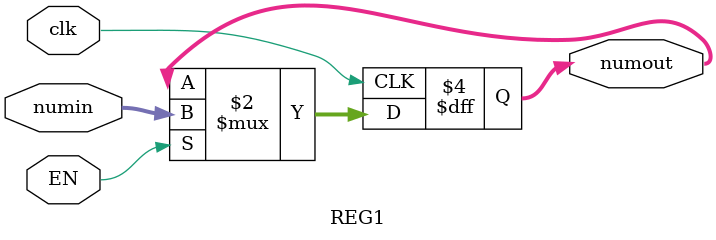
<source format=v>
module REG1(clk, EN, numin, numout);
	input clk, EN;
	input [3:0] numin;
	output [3:0] numout;
	reg [3:0] numout;
	always @(posedge clk)
	begin
		if(EN) numout <= numin;	
	end
endmodule
</source>
